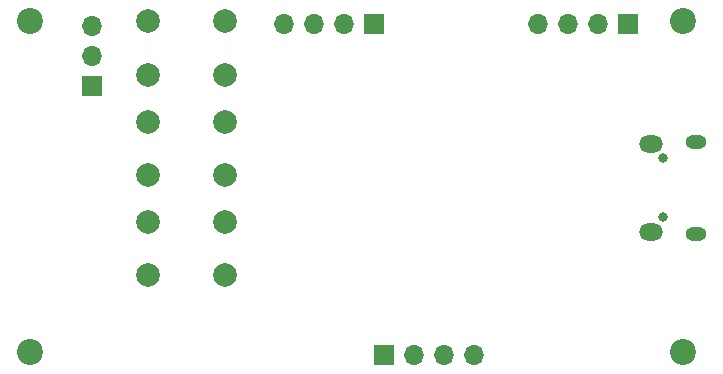
<source format=gbr>
%TF.GenerationSoftware,KiCad,Pcbnew,8.0.2-8.0.2-0~ubuntu22.04.1*%
%TF.CreationDate,2024-05-17T14:26:05+02:00*%
%TF.ProjectId,qclock,71636c6f-636b-42e6-9b69-6361645f7063,rev?*%
%TF.SameCoordinates,Original*%
%TF.FileFunction,Soldermask,Bot*%
%TF.FilePolarity,Negative*%
%FSLAX46Y46*%
G04 Gerber Fmt 4.6, Leading zero omitted, Abs format (unit mm)*
G04 Created by KiCad (PCBNEW 8.0.2-8.0.2-0~ubuntu22.04.1) date 2024-05-17 14:26:05*
%MOMM*%
%LPD*%
G01*
G04 APERTURE LIST*
%ADD10C,2.200000*%
%ADD11O,0.800000X0.800000*%
%ADD12O,1.800000X1.150000*%
%ADD13O,2.000000X1.450000*%
%ADD14O,1.700000X1.700000*%
%ADD15R,1.700000X1.700000*%
%ADD16C,2.000000*%
G04 APERTURE END LIST*
D10*
%TO.C,H2*%
X170750000Y-72000000D03*
%TD*%
D11*
%TO.C,J3*%
X169100000Y-88600000D03*
X169100000Y-83600000D03*
D12*
X171850000Y-89975000D03*
D13*
X168050000Y-89825000D03*
X168050000Y-82375000D03*
D12*
X171850000Y-82225000D03*
%TD*%
D14*
%TO.C,J1*%
X137000000Y-72250000D03*
X139540000Y-72250000D03*
X142080000Y-72250000D03*
D15*
X144620000Y-72250000D03*
%TD*%
D10*
%TO.C,H4*%
X115500000Y-100000000D03*
%TD*%
D15*
%TO.C,J5*%
X120750000Y-77500000D03*
D14*
X120750000Y-74960000D03*
X120750000Y-72420000D03*
%TD*%
D16*
%TO.C,SW4*%
X125500000Y-72000000D03*
X132000000Y-72000000D03*
X125500000Y-76500000D03*
X132000000Y-76500000D03*
%TD*%
D10*
%TO.C,H3*%
X115500000Y-72000000D03*
%TD*%
%TO.C,H1*%
X170750000Y-100000000D03*
%TD*%
D16*
%TO.C,SW2*%
X132000000Y-93500000D03*
X125500000Y-93500000D03*
X132000000Y-89000000D03*
X125500000Y-89000000D03*
%TD*%
%TO.C,SW3*%
X125500000Y-80500000D03*
X132000000Y-80500000D03*
X125500000Y-85000000D03*
X132000000Y-85000000D03*
%TD*%
D15*
%TO.C,J4*%
X145460000Y-100250000D03*
D14*
X148000000Y-100250000D03*
X150540000Y-100250000D03*
X153080000Y-100250000D03*
%TD*%
%TO.C,J2*%
X158460000Y-72250000D03*
X161000000Y-72250000D03*
X163540000Y-72250000D03*
D15*
X166080000Y-72250000D03*
%TD*%
M02*

</source>
